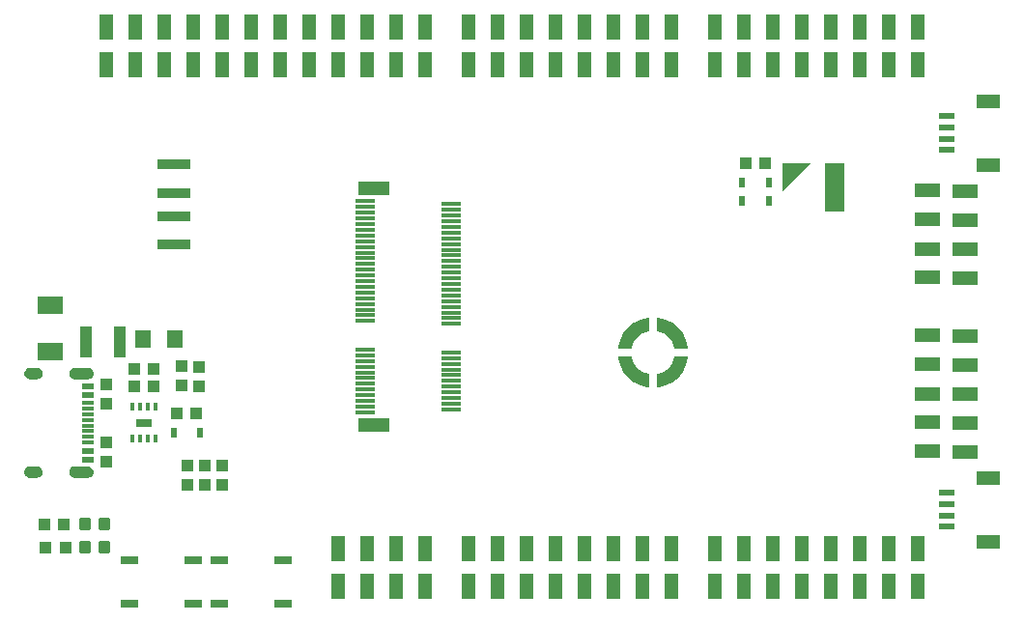
<source format=gtp>
G04 EAGLE Gerber RS-274X export*
G75*
%MOMM*%
%FSLAX34Y34*%
%LPD*%
%INSolderpaste Top*%
%IPPOS*%
%AMOC8*
5,1,8,0,0,1.08239X$1,22.5*%
G01*
%ADD10R,1.000000X0.300000*%
%ADD11R,1.000000X0.600000*%
%ADD12R,1.000000X1.100000*%
%ADD13R,1.375000X0.800000*%
%ADD14R,0.300000X0.650000*%
%ADD15R,1.100000X1.000000*%
%ADD16R,1.700000X4.200000*%
%ADD17R,0.630000X0.830000*%
%ADD18R,1.524000X0.762000*%
%ADD19R,1.000000X2.800000*%
%ADD20R,1.400000X1.600000*%
%ADD21R,2.750000X1.200000*%
%ADD22R,1.750000X0.300000*%
%ADD23R,3.000000X0.900000*%
%ADD24R,1.200000X2.200000*%
%ADD25R,2.000000X1.200000*%
%ADD26R,1.350000X0.600000*%
%ADD27R,2.000000X1.000000*%
%ADD28R,2.200000X1.200000*%
%ADD29R,1.000000X2.000000*%
%ADD30C,0.300000*%
%ADD31R,2.210000X1.520000*%

G36*
X551557Y208779D02*
X551557Y208779D01*
X551602Y208780D01*
X551653Y208802D01*
X551708Y208815D01*
X551744Y208841D01*
X551784Y208859D01*
X551823Y208900D01*
X551868Y208933D01*
X551891Y208971D01*
X551921Y209003D01*
X551941Y209056D01*
X551970Y209104D01*
X551978Y209155D01*
X551991Y209189D01*
X551990Y209223D01*
X551997Y209268D01*
X551997Y220268D01*
X551987Y220321D01*
X551986Y220374D01*
X551967Y220417D01*
X551958Y220463D01*
X551927Y220507D01*
X551906Y220556D01*
X551872Y220588D01*
X551845Y220627D01*
X551800Y220656D01*
X551761Y220692D01*
X551710Y220713D01*
X551678Y220734D01*
X551646Y220739D01*
X551607Y220755D01*
X548872Y221366D01*
X546308Y222394D01*
X543944Y223821D01*
X541840Y225610D01*
X540051Y227714D01*
X538624Y230078D01*
X537596Y232642D01*
X536985Y235377D01*
X536963Y235426D01*
X536951Y235478D01*
X536923Y235516D01*
X536904Y235558D01*
X536865Y235595D01*
X536833Y235638D01*
X536793Y235662D01*
X536759Y235694D01*
X536708Y235712D01*
X536662Y235740D01*
X536608Y235749D01*
X536572Y235762D01*
X536540Y235760D01*
X536498Y235767D01*
X525498Y235767D01*
X525443Y235756D01*
X525387Y235755D01*
X525346Y235736D01*
X525303Y235728D01*
X525257Y235696D01*
X525206Y235673D01*
X525176Y235640D01*
X525139Y235615D01*
X525109Y235568D01*
X525071Y235526D01*
X525056Y235485D01*
X525032Y235448D01*
X525023Y235392D01*
X525004Y235339D01*
X525005Y235287D01*
X524999Y235251D01*
X525007Y235219D01*
X525007Y235214D01*
X525007Y235212D01*
X525007Y235211D01*
X525008Y235173D01*
X525847Y230852D01*
X525859Y230823D01*
X525867Y230781D01*
X527336Y226631D01*
X527352Y226604D01*
X527366Y226564D01*
X529432Y222677D01*
X529452Y222653D01*
X529471Y222615D01*
X532089Y219076D01*
X532113Y219055D01*
X532138Y219020D01*
X535250Y215908D01*
X535265Y215898D01*
X535273Y215887D01*
X535288Y215878D01*
X535306Y215859D01*
X538845Y213241D01*
X538873Y213228D01*
X538907Y213202D01*
X542794Y211136D01*
X542824Y211127D01*
X542861Y211106D01*
X547011Y209637D01*
X547042Y209632D01*
X547082Y209617D01*
X551403Y208778D01*
X551459Y208778D01*
X551515Y208769D01*
X551557Y208779D01*
G37*
G36*
X536551Y242779D02*
X536551Y242779D01*
X536604Y242780D01*
X536647Y242799D01*
X536693Y242808D01*
X536737Y242839D01*
X536786Y242860D01*
X536818Y242894D01*
X536857Y242921D01*
X536886Y242966D01*
X536922Y243005D01*
X536943Y243056D01*
X536964Y243088D01*
X536969Y243120D01*
X536985Y243159D01*
X537596Y245894D01*
X538624Y248458D01*
X540051Y250822D01*
X541840Y252926D01*
X543944Y254715D01*
X546308Y256142D01*
X548872Y257170D01*
X551607Y257781D01*
X551656Y257803D01*
X551708Y257815D01*
X551746Y257843D01*
X551788Y257862D01*
X551825Y257901D01*
X551868Y257933D01*
X551892Y257973D01*
X551924Y258007D01*
X551942Y258058D01*
X551970Y258104D01*
X551979Y258158D01*
X551992Y258194D01*
X551990Y258226D01*
X551997Y258268D01*
X551997Y269268D01*
X551986Y269323D01*
X551985Y269379D01*
X551966Y269420D01*
X551958Y269463D01*
X551926Y269509D01*
X551903Y269561D01*
X551870Y269590D01*
X551845Y269627D01*
X551798Y269657D01*
X551756Y269695D01*
X551715Y269710D01*
X551678Y269734D01*
X551622Y269743D01*
X551569Y269762D01*
X551517Y269761D01*
X551481Y269767D01*
X551449Y269759D01*
X551403Y269758D01*
X547082Y268919D01*
X547053Y268907D01*
X547011Y268899D01*
X542861Y267430D01*
X542834Y267414D01*
X542794Y267400D01*
X538907Y265334D01*
X538883Y265314D01*
X538845Y265295D01*
X535306Y262677D01*
X535285Y262653D01*
X535250Y262628D01*
X532138Y259516D01*
X532120Y259490D01*
X532089Y259460D01*
X529471Y255922D01*
X529458Y255893D01*
X529432Y255859D01*
X527366Y251972D01*
X527359Y251949D01*
X527350Y251935D01*
X527349Y251927D01*
X527336Y251905D01*
X525867Y247755D01*
X525862Y247724D01*
X525847Y247684D01*
X525008Y243363D01*
X525008Y243307D01*
X524999Y243251D01*
X525009Y243209D01*
X525010Y243164D01*
X525032Y243113D01*
X525045Y243058D01*
X525071Y243023D01*
X525089Y242982D01*
X525130Y242943D01*
X525163Y242898D01*
X525201Y242875D01*
X525233Y242845D01*
X525286Y242825D01*
X525334Y242796D01*
X525385Y242788D01*
X525419Y242775D01*
X525453Y242776D01*
X525498Y242769D01*
X536498Y242769D01*
X536551Y242779D01*
G37*
G36*
X585553Y242780D02*
X585553Y242780D01*
X585609Y242781D01*
X585650Y242800D01*
X585693Y242808D01*
X585739Y242840D01*
X585791Y242863D01*
X585820Y242896D01*
X585857Y242921D01*
X585887Y242968D01*
X585925Y243010D01*
X585940Y243051D01*
X585964Y243088D01*
X585973Y243144D01*
X585992Y243197D01*
X585991Y243249D01*
X585997Y243285D01*
X585989Y243317D01*
X585988Y243363D01*
X585149Y247684D01*
X585137Y247713D01*
X585129Y247755D01*
X583660Y251905D01*
X583644Y251932D01*
X583635Y251959D01*
X583633Y251965D01*
X583632Y251967D01*
X583630Y251972D01*
X581564Y255859D01*
X581544Y255883D01*
X581525Y255922D01*
X578907Y259460D01*
X578883Y259481D01*
X578858Y259516D01*
X575746Y262628D01*
X575720Y262646D01*
X575690Y262677D01*
X572152Y265295D01*
X572123Y265308D01*
X572089Y265334D01*
X568202Y267400D01*
X568172Y267409D01*
X568135Y267430D01*
X563985Y268899D01*
X563954Y268904D01*
X563914Y268919D01*
X559593Y269758D01*
X559537Y269758D01*
X559481Y269767D01*
X559439Y269757D01*
X559394Y269756D01*
X559343Y269734D01*
X559288Y269721D01*
X559253Y269695D01*
X559212Y269677D01*
X559173Y269636D01*
X559128Y269603D01*
X559105Y269565D01*
X559075Y269533D01*
X559055Y269480D01*
X559026Y269432D01*
X559018Y269381D01*
X559005Y269347D01*
X559006Y269313D01*
X558999Y269268D01*
X558999Y258268D01*
X559009Y258215D01*
X559010Y258162D01*
X559029Y258119D01*
X559038Y258073D01*
X559069Y258029D01*
X559090Y257980D01*
X559124Y257948D01*
X559151Y257909D01*
X559196Y257880D01*
X559235Y257844D01*
X559286Y257823D01*
X559318Y257802D01*
X559350Y257797D01*
X559389Y257781D01*
X562124Y257170D01*
X564688Y256142D01*
X567052Y254715D01*
X569156Y252926D01*
X570945Y250822D01*
X572372Y248458D01*
X573400Y245894D01*
X574011Y243159D01*
X574033Y243110D01*
X574045Y243058D01*
X574073Y243020D01*
X574092Y242978D01*
X574131Y242941D01*
X574163Y242898D01*
X574203Y242874D01*
X574237Y242842D01*
X574288Y242824D01*
X574334Y242796D01*
X574388Y242787D01*
X574424Y242774D01*
X574456Y242776D01*
X574498Y242769D01*
X585498Y242769D01*
X585553Y242780D01*
G37*
G36*
X559547Y208777D02*
X559547Y208777D01*
X559593Y208778D01*
X563914Y209617D01*
X563943Y209629D01*
X563985Y209637D01*
X568135Y211106D01*
X568162Y211122D01*
X568202Y211136D01*
X572089Y213202D01*
X572113Y213222D01*
X572152Y213241D01*
X575690Y215859D01*
X575711Y215883D01*
X575746Y215908D01*
X578858Y219020D01*
X578876Y219047D01*
X578907Y219076D01*
X581525Y222615D01*
X581538Y222643D01*
X581564Y222677D01*
X583630Y226564D01*
X583639Y226594D01*
X583660Y226631D01*
X585129Y230781D01*
X585134Y230812D01*
X585149Y230852D01*
X585988Y235173D01*
X585988Y235229D01*
X585997Y235285D01*
X585987Y235327D01*
X585986Y235372D01*
X585964Y235423D01*
X585951Y235478D01*
X585925Y235514D01*
X585907Y235554D01*
X585866Y235593D01*
X585833Y235638D01*
X585795Y235661D01*
X585763Y235691D01*
X585710Y235711D01*
X585662Y235740D01*
X585611Y235748D01*
X585577Y235761D01*
X585543Y235760D01*
X585498Y235767D01*
X574498Y235767D01*
X574445Y235757D01*
X574392Y235756D01*
X574349Y235737D01*
X574303Y235728D01*
X574259Y235697D01*
X574210Y235676D01*
X574178Y235642D01*
X574139Y235615D01*
X574110Y235570D01*
X574074Y235531D01*
X574053Y235480D01*
X574032Y235448D01*
X574027Y235416D01*
X574024Y235410D01*
X574023Y235409D01*
X574023Y235408D01*
X574011Y235377D01*
X573400Y232642D01*
X572372Y230078D01*
X570945Y227714D01*
X569156Y225610D01*
X567052Y223821D01*
X564688Y222394D01*
X562124Y221366D01*
X559389Y220755D01*
X559340Y220733D01*
X559288Y220721D01*
X559250Y220693D01*
X559208Y220674D01*
X559171Y220635D01*
X559128Y220603D01*
X559104Y220563D01*
X559072Y220529D01*
X559054Y220478D01*
X559026Y220432D01*
X559017Y220378D01*
X559004Y220342D01*
X559006Y220310D01*
X558999Y220268D01*
X558999Y209268D01*
X559010Y209213D01*
X559011Y209157D01*
X559030Y209116D01*
X559038Y209073D01*
X559070Y209027D01*
X559093Y208976D01*
X559126Y208946D01*
X559151Y208909D01*
X559198Y208879D01*
X559240Y208841D01*
X559281Y208826D01*
X559318Y208802D01*
X559374Y208793D01*
X559427Y208774D01*
X559479Y208775D01*
X559515Y208769D01*
X559547Y208777D01*
G37*
G36*
X669166Y381017D02*
X669166Y381017D01*
X669193Y381013D01*
X669234Y381031D01*
X669276Y381040D01*
X669312Y381066D01*
X669321Y381070D01*
X669325Y381075D01*
X669336Y381084D01*
X693336Y405084D01*
X693357Y405122D01*
X693386Y405155D01*
X693390Y405182D01*
X693403Y405206D01*
X693400Y405250D01*
X693407Y405293D01*
X693396Y405319D01*
X693394Y405346D01*
X693368Y405381D01*
X693350Y405421D01*
X693327Y405436D01*
X693311Y405458D01*
X693270Y405474D01*
X693234Y405498D01*
X693190Y405505D01*
X693181Y405508D01*
X693174Y405507D01*
X693160Y405509D01*
X669160Y405509D01*
X669144Y405504D01*
X669127Y405507D01*
X669077Y405485D01*
X669026Y405470D01*
X669015Y405457D01*
X668999Y405450D01*
X668969Y405405D01*
X668934Y405365D01*
X668931Y405348D01*
X668922Y405334D01*
X668911Y405260D01*
X668911Y381260D01*
X668923Y381218D01*
X668926Y381174D01*
X668942Y381152D01*
X668950Y381126D01*
X668983Y381097D01*
X669009Y381062D01*
X669035Y381052D01*
X669055Y381034D01*
X669099Y381027D01*
X669139Y381012D01*
X669166Y381017D01*
G37*
G36*
X60305Y129554D02*
X60305Y129554D01*
X60308Y129551D01*
X61403Y129731D01*
X61409Y129737D01*
X61414Y129734D01*
X62442Y130153D01*
X62446Y130160D01*
X62451Y130158D01*
X63360Y130796D01*
X63363Y130803D01*
X63368Y130803D01*
X64112Y131626D01*
X64113Y131634D01*
X64119Y131635D01*
X64661Y132603D01*
X64660Y132612D01*
X64666Y132614D01*
X64979Y133678D01*
X64976Y133686D01*
X64981Y133689D01*
X65049Y134797D01*
X65045Y134804D01*
X65049Y134807D01*
X64879Y135915D01*
X64873Y135921D01*
X64876Y135926D01*
X64464Y136968D01*
X64457Y136972D01*
X64459Y136977D01*
X63825Y137902D01*
X63817Y137904D01*
X63818Y137910D01*
X62995Y138670D01*
X62986Y138671D01*
X62986Y138677D01*
X62014Y139234D01*
X62006Y139233D01*
X62004Y139239D01*
X60932Y139566D01*
X60924Y139563D01*
X60921Y139568D01*
X59804Y139649D01*
X59801Y139648D01*
X59800Y139649D01*
X47800Y139649D01*
X47797Y139647D01*
X47790Y139647D01*
X47789Y139648D01*
X46845Y139429D01*
X46839Y139423D01*
X46834Y139425D01*
X45962Y139002D01*
X45959Y138994D01*
X45953Y138996D01*
X45197Y138389D01*
X45195Y138381D01*
X45189Y138381D01*
X44588Y137621D01*
X44588Y137612D01*
X44582Y137611D01*
X44164Y136736D01*
X44166Y136728D01*
X44161Y136726D01*
X43949Y135780D01*
X43952Y135773D01*
X43947Y135769D01*
X43951Y134800D01*
X43951Y134799D01*
X43970Y133731D01*
X43975Y133724D01*
X43971Y133720D01*
X44227Y132683D01*
X44234Y132678D01*
X44231Y132672D01*
X44712Y131718D01*
X44719Y131715D01*
X44718Y131709D01*
X45399Y130886D01*
X45407Y130884D01*
X45407Y130878D01*
X46254Y130227D01*
X46262Y130227D01*
X46263Y130221D01*
X47234Y129774D01*
X47242Y129776D01*
X47244Y129771D01*
X48290Y129552D01*
X48297Y129555D01*
X48300Y129551D01*
X60300Y129551D01*
X60305Y129554D01*
G37*
G36*
X60305Y215955D02*
X60305Y215955D01*
X60308Y215951D01*
X61414Y216144D01*
X61419Y216149D01*
X61419Y216150D01*
X61424Y216147D01*
X62459Y216580D01*
X62463Y216587D01*
X62468Y216585D01*
X63381Y217238D01*
X63383Y217246D01*
X63389Y217245D01*
X64133Y218084D01*
X64134Y218093D01*
X64139Y218093D01*
X64678Y219077D01*
X64677Y219085D01*
X64678Y219086D01*
X64682Y219087D01*
X64683Y219089D01*
X64865Y219730D01*
X64989Y220166D01*
X64987Y220171D01*
X64989Y220173D01*
X64987Y220175D01*
X64991Y220177D01*
X65049Y221297D01*
X65046Y221302D01*
X65049Y221306D01*
X64931Y222351D01*
X64925Y222357D01*
X64929Y222362D01*
X64581Y223356D01*
X64574Y223360D01*
X64576Y223365D01*
X64016Y224257D01*
X64009Y224260D01*
X64009Y224265D01*
X63265Y225009D01*
X63257Y225011D01*
X63257Y225016D01*
X62365Y225576D01*
X62357Y225576D01*
X62356Y225581D01*
X61362Y225929D01*
X61354Y225926D01*
X61351Y225931D01*
X60306Y226049D01*
X60302Y226047D01*
X60300Y226049D01*
X48300Y226049D01*
X48297Y226047D01*
X48294Y226047D01*
X48292Y226049D01*
X47296Y225891D01*
X47290Y225885D01*
X47285Y225888D01*
X46349Y225513D01*
X46345Y225506D01*
X46339Y225508D01*
X45510Y224934D01*
X45507Y224926D01*
X45502Y224927D01*
X44821Y224183D01*
X44820Y224174D01*
X44814Y224174D01*
X44316Y223297D01*
X44317Y223289D01*
X44312Y223286D01*
X44124Y222662D01*
X44021Y222321D01*
X44022Y222318D01*
X44021Y222317D01*
X44024Y222313D01*
X44019Y222310D01*
X43951Y221303D01*
X43952Y221301D01*
X43951Y221300D01*
X43960Y220219D01*
X43965Y220212D01*
X43961Y220208D01*
X44211Y219156D01*
X44217Y219151D01*
X44214Y219146D01*
X44691Y218176D01*
X44699Y218173D01*
X44697Y218167D01*
X45378Y217328D01*
X45386Y217326D01*
X45386Y217320D01*
X46237Y216654D01*
X46245Y216653D01*
X46246Y216648D01*
X47223Y216187D01*
X47231Y216189D01*
X47234Y216184D01*
X48289Y215952D01*
X48297Y215955D01*
X48300Y215951D01*
X60300Y215951D01*
X60305Y215955D01*
G37*
G36*
X15504Y129554D02*
X15504Y129554D01*
X15506Y129551D01*
X16639Y129701D01*
X16645Y129707D01*
X16650Y129704D01*
X17720Y130102D01*
X17724Y130109D01*
X17730Y130107D01*
X18685Y130734D01*
X18688Y130742D01*
X18693Y130741D01*
X19485Y131564D01*
X19486Y131572D01*
X19492Y131573D01*
X20081Y132552D01*
X20080Y132560D01*
X20085Y132562D01*
X20441Y133647D01*
X20439Y133655D01*
X20443Y133658D01*
X20549Y134795D01*
X20544Y134804D01*
X20548Y134809D01*
X20341Y135946D01*
X20335Y135952D01*
X20338Y135957D01*
X19883Y137019D01*
X19876Y137023D01*
X19878Y137029D01*
X19198Y137964D01*
X19190Y137966D01*
X19191Y137972D01*
X18320Y138732D01*
X18312Y138732D01*
X18311Y138738D01*
X17292Y139285D01*
X17284Y139284D01*
X17282Y139289D01*
X16168Y139596D01*
X16160Y139593D01*
X16157Y139598D01*
X15002Y139649D01*
X15001Y139648D01*
X15000Y139649D01*
X9000Y139649D01*
X8997Y139647D01*
X8992Y139647D01*
X8991Y139648D01*
X7910Y139436D01*
X7905Y139430D01*
X7900Y139433D01*
X6894Y138986D01*
X6890Y138979D01*
X6884Y138981D01*
X6003Y138321D01*
X6000Y138313D01*
X5995Y138313D01*
X5282Y137474D01*
X5282Y137466D01*
X5276Y137465D01*
X4768Y136488D01*
X4769Y136480D01*
X4764Y136478D01*
X4486Y135413D01*
X4489Y135405D01*
X4485Y135402D01*
X4451Y134302D01*
X4455Y134296D01*
X4451Y134293D01*
X4606Y133218D01*
X4612Y133212D01*
X4609Y133207D01*
X4999Y132193D01*
X5006Y132189D01*
X5005Y132183D01*
X5611Y131281D01*
X5619Y131279D01*
X5618Y131273D01*
X6410Y130529D01*
X6418Y130528D01*
X6418Y130522D01*
X7356Y129973D01*
X7364Y129974D01*
X7366Y129968D01*
X8402Y129641D01*
X8410Y129644D01*
X8413Y129639D01*
X9496Y129551D01*
X9499Y129553D01*
X9500Y129551D01*
X15500Y129551D01*
X15504Y129554D01*
G37*
G36*
X15503Y215953D02*
X15503Y215953D01*
X15505Y215951D01*
X16597Y216052D01*
X16603Y216057D01*
X16608Y216054D01*
X17651Y216395D01*
X17656Y216402D01*
X17661Y216400D01*
X18602Y216964D01*
X18605Y216972D01*
X18611Y216971D01*
X19403Y217731D01*
X19404Y217739D01*
X19410Y217740D01*
X20013Y218657D01*
X20012Y218665D01*
X20018Y218667D01*
X20401Y219695D01*
X20399Y219703D01*
X20404Y219706D01*
X20549Y220794D01*
X20545Y220801D01*
X20549Y220805D01*
X20443Y221942D01*
X20438Y221948D01*
X20441Y221953D01*
X20085Y223038D01*
X20078Y223043D01*
X20081Y223048D01*
X19492Y224027D01*
X19484Y224030D01*
X19485Y224036D01*
X18693Y224859D01*
X18685Y224860D01*
X18685Y224866D01*
X17730Y225493D01*
X17722Y225492D01*
X17720Y225498D01*
X16650Y225896D01*
X16642Y225894D01*
X16639Y225899D01*
X15506Y226049D01*
X15503Y226047D01*
X15502Y226047D01*
X15500Y226049D01*
X9500Y226049D01*
X9497Y226047D01*
X9495Y226047D01*
X9494Y226049D01*
X8361Y225899D01*
X8355Y225893D01*
X8350Y225896D01*
X7280Y225498D01*
X7276Y225491D01*
X7270Y225493D01*
X6315Y224866D01*
X6312Y224858D01*
X6307Y224859D01*
X5515Y224036D01*
X5514Y224028D01*
X5508Y224027D01*
X4919Y223048D01*
X4920Y223040D01*
X4915Y223038D01*
X4559Y221953D01*
X4562Y221945D01*
X4557Y221942D01*
X4451Y220805D01*
X4455Y220798D01*
X4451Y220794D01*
X4596Y219706D01*
X4602Y219700D01*
X4599Y219695D01*
X4983Y218667D01*
X4989Y218662D01*
X4988Y218657D01*
X5590Y217740D01*
X5598Y217737D01*
X5597Y217731D01*
X6389Y216971D01*
X6397Y216970D01*
X6398Y216964D01*
X7339Y216400D01*
X7347Y216401D01*
X7349Y216395D01*
X8392Y216054D01*
X8400Y216056D01*
X8403Y216052D01*
X9496Y215951D01*
X9498Y215953D01*
X9500Y215951D01*
X15500Y215951D01*
X15503Y215953D01*
G37*
D10*
X60100Y170300D03*
X60100Y175300D03*
D11*
X60100Y145550D03*
X60100Y153300D03*
D10*
X60100Y160300D03*
X60100Y165300D03*
X60100Y185300D03*
X60100Y180300D03*
D11*
X60100Y210050D03*
X60100Y202300D03*
D10*
X60100Y195300D03*
X60100Y190300D03*
D12*
X76200Y211700D03*
X76200Y194700D03*
X76200Y143900D03*
X76200Y160900D03*
D13*
X109220Y177800D03*
D14*
X99470Y164050D03*
X105970Y164050D03*
X112470Y164050D03*
X118970Y164050D03*
X118970Y191550D03*
X112470Y191550D03*
X105970Y191550D03*
X99470Y191550D03*
D15*
X100720Y209804D03*
X117720Y209804D03*
D16*
X714460Y384460D03*
D17*
X633660Y388620D03*
X656660Y388620D03*
D15*
X653914Y405384D03*
X636914Y405384D03*
D17*
X633660Y372110D03*
X656660Y372110D03*
D18*
X152400Y19050D03*
X96520Y19050D03*
X152400Y57150D03*
X96520Y57150D03*
D15*
X100720Y225044D03*
X117720Y225044D03*
D19*
X58152Y248666D03*
X88152Y248666D03*
D20*
X136682Y251206D03*
X108682Y251206D03*
D12*
X157480Y209940D03*
X157480Y226940D03*
X142494Y227194D03*
X142494Y210194D03*
D18*
X231140Y19050D03*
X175260Y19050D03*
X231140Y57150D03*
X175260Y57150D03*
D15*
X138312Y185674D03*
X155312Y185674D03*
D17*
X135312Y168656D03*
X158312Y168656D03*
D12*
X147320Y140580D03*
X147320Y123580D03*
X162560Y140580D03*
X162560Y123580D03*
X177800Y140580D03*
X177800Y123580D03*
D21*
X310600Y175900D03*
X310600Y382900D03*
D22*
X378350Y369400D03*
X378350Y359400D03*
X378350Y354400D03*
X378350Y364400D03*
X378350Y349400D03*
X378350Y339400D03*
X378350Y334400D03*
X378350Y344400D03*
X378350Y329400D03*
X378350Y319400D03*
X378350Y314400D03*
X378350Y324400D03*
X378350Y309400D03*
X378350Y299400D03*
X378350Y294400D03*
X378350Y304400D03*
X378350Y289400D03*
X378350Y279400D03*
X378350Y274400D03*
X378350Y284400D03*
X378350Y269400D03*
X378350Y264400D03*
X378350Y239400D03*
X378350Y234400D03*
X378350Y229400D03*
X378350Y219400D03*
X378350Y214400D03*
X378350Y224400D03*
X378350Y209400D03*
X378350Y199400D03*
X378350Y194400D03*
X378350Y204400D03*
X378350Y189400D03*
X302850Y371900D03*
X302850Y361900D03*
X302850Y356900D03*
X302850Y366900D03*
X302850Y351900D03*
X302850Y341900D03*
X302850Y336900D03*
X302850Y346900D03*
X302850Y331900D03*
X302850Y321900D03*
X302850Y316900D03*
X302850Y326900D03*
X302850Y311900D03*
X302850Y301900D03*
X302850Y296900D03*
X302850Y306900D03*
X302850Y291900D03*
X302850Y281900D03*
X302850Y276900D03*
X302850Y286900D03*
X302850Y271900D03*
X302850Y266900D03*
X302850Y241900D03*
X302850Y236900D03*
X302850Y231900D03*
X302850Y221900D03*
X302850Y216900D03*
X302850Y226900D03*
X302850Y211900D03*
X302850Y201900D03*
X302850Y196900D03*
X302850Y206900D03*
X302850Y191900D03*
X302850Y186900D03*
D23*
X135620Y379062D03*
X135620Y404062D03*
X135620Y359062D03*
X135620Y334062D03*
D24*
X546300Y67400D03*
X546100Y34400D03*
X571700Y67400D03*
X571500Y34400D03*
X520800Y67400D03*
X520600Y34400D03*
X495500Y67400D03*
X495300Y34400D03*
X470100Y67400D03*
X469900Y34400D03*
X444600Y67400D03*
X444400Y34400D03*
X393900Y67400D03*
X393700Y34400D03*
X419300Y67400D03*
X419100Y34400D03*
X762200Y67400D03*
X762000Y34400D03*
X787600Y67400D03*
X787400Y34400D03*
X736700Y67400D03*
X736500Y34400D03*
X711400Y67400D03*
X711200Y34400D03*
X686000Y67400D03*
X685800Y34400D03*
X660500Y67400D03*
X660300Y34400D03*
X609800Y67400D03*
X609600Y34400D03*
X635200Y67400D03*
X635000Y34400D03*
D25*
X849550Y403800D03*
X849550Y459800D03*
D26*
X812800Y416800D03*
X812800Y426800D03*
X812800Y436800D03*
X812800Y446800D03*
D25*
X849550Y73600D03*
X849550Y129600D03*
D26*
X812800Y86600D03*
X812800Y96600D03*
X812800Y106600D03*
X812800Y116600D03*
D27*
X829300Y381000D03*
D28*
X796200Y355800D03*
X829200Y355600D03*
X796200Y381200D03*
X829200Y381000D03*
X796200Y330300D03*
X829200Y330100D03*
X796200Y305000D03*
X829200Y304800D03*
D27*
X829300Y355600D03*
D24*
X418900Y491400D03*
X419100Y524400D03*
X393500Y491400D03*
X393700Y524400D03*
X444400Y491400D03*
X444600Y524400D03*
X469700Y491400D03*
X469900Y524400D03*
X495100Y491400D03*
X495300Y524400D03*
X520600Y491400D03*
X520800Y524400D03*
X571300Y491400D03*
X571500Y524400D03*
X545900Y491400D03*
X546100Y524400D03*
X634800Y491400D03*
X635000Y524400D03*
X609400Y491400D03*
X609600Y524400D03*
X660300Y491400D03*
X660500Y524400D03*
X685600Y491400D03*
X685800Y524400D03*
X711000Y491400D03*
X711200Y524400D03*
X736500Y491400D03*
X736700Y524400D03*
X787200Y491400D03*
X787400Y524400D03*
X761800Y491400D03*
X762000Y524400D03*
D29*
X355600Y34300D03*
D24*
X330400Y67400D03*
X330200Y34400D03*
X355800Y67400D03*
X355600Y34400D03*
X304900Y67400D03*
X304700Y34400D03*
X279600Y67400D03*
X279400Y34400D03*
D29*
X330200Y34300D03*
X76200Y524500D03*
D24*
X101400Y491400D03*
X101600Y524400D03*
X76000Y491400D03*
X76200Y524400D03*
X126900Y491400D03*
X127100Y524400D03*
X152200Y491400D03*
X152400Y524400D03*
X177600Y491400D03*
X177800Y524400D03*
X203100Y491400D03*
X203300Y524400D03*
X253800Y491400D03*
X254000Y524400D03*
X228400Y491400D03*
X228600Y524400D03*
D29*
X101600Y524500D03*
D24*
X279200Y491400D03*
X279400Y524400D03*
X304700Y491400D03*
X304900Y524400D03*
X355400Y491400D03*
X355600Y524400D03*
X330000Y491400D03*
X330200Y524400D03*
D30*
X71310Y92400D02*
X71310Y85400D01*
X71310Y92400D02*
X78310Y92400D01*
X78310Y85400D01*
X71310Y85400D01*
X71310Y88250D02*
X78310Y88250D01*
X78310Y91100D02*
X71310Y91100D01*
X53770Y92400D02*
X53770Y85400D01*
X53770Y92400D02*
X60770Y92400D01*
X60770Y85400D01*
X53770Y85400D01*
X53770Y88250D02*
X60770Y88250D01*
X60770Y91100D02*
X53770Y91100D01*
X71310Y72080D02*
X71310Y65080D01*
X71310Y72080D02*
X78310Y72080D01*
X78310Y65080D01*
X71310Y65080D01*
X71310Y67930D02*
X78310Y67930D01*
X78310Y70780D02*
X71310Y70780D01*
X53770Y72080D02*
X53770Y65080D01*
X53770Y72080D02*
X60770Y72080D01*
X60770Y65080D01*
X53770Y65080D01*
X53770Y67930D02*
X60770Y67930D01*
X60770Y70780D02*
X53770Y70780D01*
D15*
X38980Y88900D03*
X21980Y88900D03*
X40250Y68580D03*
X23250Y68580D03*
D27*
X829300Y254000D03*
D28*
X796200Y228800D03*
X829200Y228600D03*
X796200Y254200D03*
X829200Y254000D03*
X796200Y203300D03*
X829200Y203100D03*
X796200Y178000D03*
X829200Y177800D03*
X796200Y152600D03*
X829200Y152400D03*
D27*
X829300Y228600D03*
D31*
X27178Y240030D03*
X27178Y280730D03*
M02*

</source>
